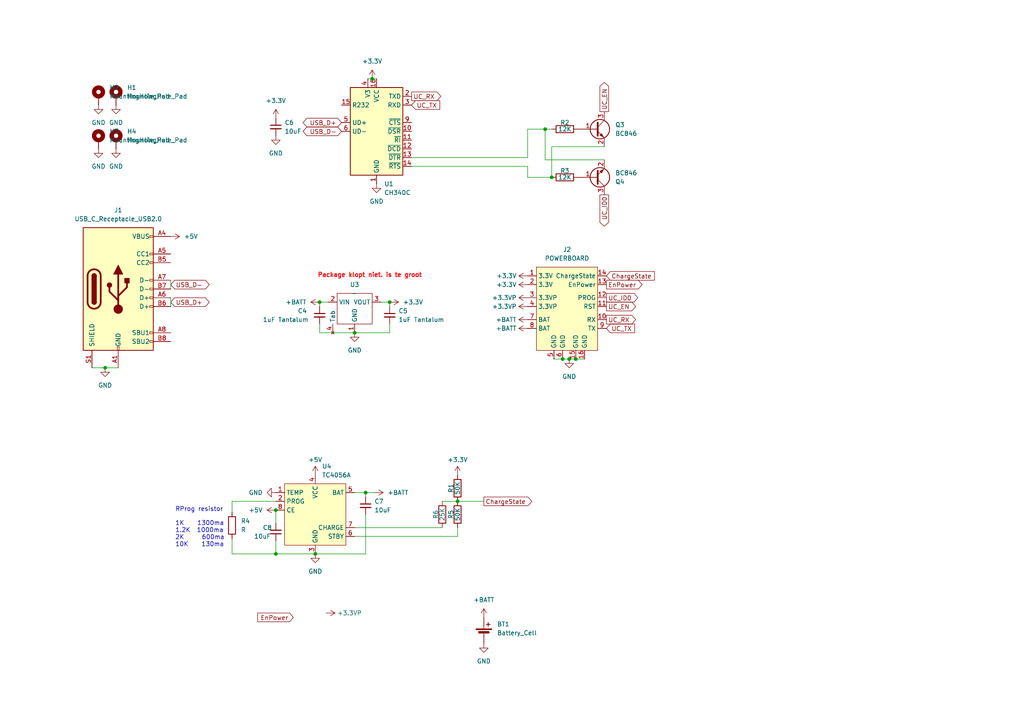
<source format=kicad_sch>
(kicad_sch (version 20230121) (generator eeschema)
  (paper "A4")
  (lib_symbols
    (symbol "Connector:USB_C_Receptacle_USB2.0" (pin_names (offset 1.016))
      (property "Reference" "J" (at -10.16 19.05 0))
      (property "Value" "USB_C_Receptacle_USB2.0" (at 19.05 19.05 0))
      (symbol "USB_C_Receptacle_USB2.0_0_0"
        (rectangle (start -0.254 -17.78) (end 0.254 -16.764))
        (rectangle (start 10.16 -14.986) (end 9.144 -15.494))
        (rectangle (start 10.16 -12.446) (end 9.144 -12.954))
        (rectangle (start 10.16 -4.826) (end 9.144 -5.334))
        (rectangle (start 10.16 -2.286) (end 9.144 -2.794))
        (rectangle (start 10.16 0.254) (end 9.144 -0.254))
        (rectangle (start 10.16 2.794) (end 9.144 2.286))
        (rectangle (start 10.16 7.874) (end 9.144 7.366))
        (rectangle (start 10.16 10.414) (end 9.144 9.906))
        (rectangle (start 10.16 15.494) (end 9.144 14.986))
      )
      (symbol "USB_C_Receptacle_USB2.0_0_1"
        (rectangle (start -10.16 17.78) (end 10.16 -17.78) (stroke (width 0.254)) (fill (type background)))
        (arc (start -8.89 -3.81) (mid -6.985 -5.7067) (end -5.08 -3.81) (stroke (width 0.508)))
        (arc (start -7.62 -3.81) (mid -6.985 -4.4423) (end -6.35 -3.81) (stroke (width 0.254)))
        (arc (start -7.62 -3.81) (mid -6.985 -4.4423) (end -6.35 -3.81) (stroke (width 0.254)) (fill (type outline)))
        (rectangle (start -7.62 -3.81) (end -6.35 3.81) (stroke (width 0.254)) (fill (type outline)))
        (arc (start -6.35 3.81) (mid -6.985 4.4423) (end -7.62 3.81) (stroke (width 0.254)))
        (arc (start -6.35 3.81) (mid -6.985 4.4423) (end -7.62 3.81) (stroke (width 0.254)) (fill (type outline)))
        (arc (start -5.08 3.81) (mid -6.985 5.7067) (end -8.89 3.81) (stroke (width 0.508)))
        (circle (center -2.54 1.143) (radius 0.635) (stroke (width 0.254)) (fill (type outline)))
        (circle (center 0 -5.842) (radius 1.27) (fill (type outline)))
        (polyline (pts (xy -8.89 -3.81) (xy -8.89 3.81)) (stroke (width 0.508)))
        (polyline (pts (xy -5.08 3.81) (xy -5.08 -3.81)) (stroke (width 0.508)))
        (polyline (pts (xy 0 -5.842) (xy 0 4.318)) (stroke (width 0.508)))
        (polyline (pts (xy 0 -3.302) (xy -2.54 -0.762) (xy -2.54 0.508)) (stroke (width 0.508)))
        (polyline (pts (xy 0 -2.032) (xy 2.54 0.508) (xy 2.54 1.778)) (stroke (width 0.508)))
        (polyline (pts (xy -1.27 4.318) (xy 0 6.858) (xy 1.27 4.318) (xy -1.27 4.318)) (stroke (width 0.254)) (fill (type outline)))
        (rectangle (start 1.905 1.778) (end 3.175 3.048) (stroke (width 0.254)) (fill (type outline)))
      )
      (symbol "USB_C_Receptacle_USB2.0_1_1"
        (pin passive line (at 0 -22.86 90) (length 5.08) (name "GND") (number "A1"))
        (pin passive line (at 0 -22.86 90) (length 5.08) hide (name "GND") (number "A12"))
        (pin passive line (at 15.24 15.24 180) (length 5.08) (name "VBUS") (number "A4"))
        (pin bidirectional line (at 15.24 10.16 180) (length 5.08) (name "CC1") (number "A5"))
        (pin bidirectional line (at 15.24 -2.54 180) (length 5.08) (name "D+") (number "A6"))
        (pin bidirectional line (at 15.24 2.54 180) (length 5.08) (name "D-") (number "A7"))
        (pin bidirectional line (at 15.24 -12.7 180) (length 5.08) (name "SBU1") (number "A8"))
        (pin passive line (at 15.24 15.24 180) (length 5.08) hide (name "VBUS") (number "A9"))
        (pin passive line (at 0 -22.86 90) (length 5.08) hide (name "GND") (number "B1"))
        (pin passive line (at 0 -22.86 90) (length 5.08) hide (name "GND") (number "B12"))
        (pin passive line (at 15.24 15.24 180) (length 5.08) hide (name "VBUS") (number "B4"))
        (pin bidirectional line (at 15.24 7.62 180) (length 5.08) (name "CC2") (number "B5"))
        (pin bidirectional line (at 15.24 -5.08 180) (length 5.08) (name "D+") (number "B6"))
        (pin bidirectional line (at 15.24 0 180) (length 5.08) (name "D-") (number "B7"))
        (pin bidirectional line (at 15.24 -15.24 180) (length 5.08) (name "SBU2") (number "B8"))
        (pin passive line (at 15.24 15.24 180) (length 5.08) hide (name "VBUS") (number "B9"))
        (pin passive line (at -7.62 -22.86 90) (length 5.08) (name "SHIELD") (number "S1"))
      )
    )
    (symbol "Connectors:PowerBoard"
      (property "Reference" "J" (at 0 17.78 0))
      (property "Value" "POWERBOARD" (at 0 3.81 90))
      (symbol "PowerBoard_1_1"
        (rectangle (start -8.89 16.51) (end 8.89 -7.62) (fill (type background)))
        (pin power_out line (at -11.43 13.97 0) (length 2.54) (name "3.3V") (number "1"))
        (pin input line (at 11.43 1.27 180) (length 2.54) (name "RX") (number "10"))
        (pin output line (at 11.43 5.08 180) (length 2.54) (name "RST") (number "11"))
        (pin output line (at 11.43 7.62 180) (length 2.54) (name "PROG") (number "12"))
        (pin input line (at 11.43 11.43 180) (length 2.54) (name "EnPower") (number "13"))
        (pin output line (at 11.43 13.97 180) (length 2.54) (name "ChargeState") (number "14"))
        (pin power_out line (at 2.54 -10.16 90) (length 2.54) (name "GND") (number "15"))
        (pin power_out line (at 5.08 -10.16 90) (length 2.54) (name "GND") (number "16"))
        (pin power_out line (at -11.43 11.43 0) (length 2.54) (name "3.3V") (number "2"))
        (pin power_out line (at -11.43 7.62 0) (length 2.54) (name "3.3VP") (number "3"))
        (pin power_out line (at -11.43 5.08 0) (length 2.54) (name "3.3VP") (number "4"))
        (pin power_out line (at -3.81 -10.16 90) (length 2.54) (name "GND") (number "5"))
        (pin power_out line (at -1.27 -10.16 90) (length 2.54) (name "GND") (number "6"))
        (pin power_out line (at -11.43 1.27 0) (length 2.54) (name "BAT") (number "7"))
        (pin power_out line (at -11.43 -1.27 0) (length 2.54) (name "BAT") (number "8"))
        (pin output line (at 11.43 -1.27 180) (length 2.54) (name "TX") (number "9"))
      )
    )
    (symbol "Device:Battery_Cell" (pin_numbers hide) (pin_names (offset 0) hide)
      (property "Reference" "BT" (at 2.54 2.54 0))
      (property "Value" "Battery_Cell" (at 2.54 0 0))
      (symbol "Battery_Cell_0_1"
        (rectangle (start -2.286 1.778) (end 2.286 1.524) (fill (type outline)))
        (rectangle (start -1.524 1.016) (end 1.524 0.508) (fill (type outline)))
        (polyline (pts (xy 0 0.762) (xy 0 0)))
        (polyline (pts (xy 0 1.778) (xy 0 2.54)))
        (polyline (pts (xy 0.762 3.048) (xy 1.778 3.048)) (stroke (width 0.254)))
        (polyline (pts (xy 1.27 3.556) (xy 1.27 2.54)) (stroke (width 0.254)))
      )
      (symbol "Battery_Cell_1_1"
        (pin passive line (at 0 5.08 270) (length 2.54) (name "+") (number "1"))
        (pin passive line (at 0 -2.54 90) (length 2.54) (name "-") (number "2"))
      )
    )
    (symbol "Device:C_Small" (pin_numbers hide) (pin_names (offset 0.254) hide)
      (property "Reference" "C" (at 0.254 1.778 0))
      (property "Value" "C_Small" (at 0.254 -2.032 0))
      (symbol "C_Small_0_1"
        (polyline (pts (xy -1.524 -0.508) (xy 1.524 -0.508)) (stroke (width 0.3302)))
        (polyline (pts (xy -1.524 0.508) (xy 1.524 0.508)) (stroke (width 0.3048)))
      )
      (symbol "C_Small_1_1"
        (pin passive line (at 0 2.54 270) (length 2.032) (name "~") (number "1"))
        (pin passive line (at 0 -2.54 90) (length 2.032) (name "~") (number "2"))
      )
    )
    (symbol "Device:R" (pin_numbers hide) (pin_names (offset 0))
      (property "Reference" "R" (at 2.032 0 90))
      (property "Value" "R" (at 0 0 90))
      (symbol "R_0_1"
        (rectangle (start -1.016 -2.54) (end 1.016 2.54) (stroke (width 0.254)))
      )
      (symbol "R_1_1"
        (pin passive line (at 0 3.81 270) (length 1.27) (name "~") (number "1"))
        (pin passive line (at 0 -3.81 90) (length 1.27) (name "~") (number "2"))
      )
    )
    (symbol "ICs:TC4056A"
      (property "Reference" "U" (at 7.62 1.27 0))
      (property "Value" "TC4056A" (at 0 -8.89 0))
      (symbol "TC4056A_1_1"
        (rectangle (start -8.89 0) (end 8.89 -17.78) (fill (type background)))
        (pin input line (at -11.43 -2.54 0) (length 2.54) (name "TEMP") (number "1"))
        (pin input line (at -11.43 -5.08 0) (length 2.54) (name "PROG") (number "2"))
        (pin power_in line (at 0 -20.32 90) (length 2.54) (name "GND") (number "3"))
        (pin power_in line (at 0 2.54 270) (length 2.54) (name "VCC") (number "4"))
        (pin power_out line (at 11.43 -2.54 180) (length 2.54) (name "BAT") (number "5"))
        (pin output line (at 11.43 -15.24 180) (length 2.54) (name "STBY") (number "6"))
        (pin output line (at 11.43 -12.7 180) (length 2.54) (name "CHARGE") (number "7"))
        (pin input line (at -11.43 -7.62 0) (length 2.54) (name "CE") (number "8"))
      )
    )
    (symbol "Interface_USB:CH340C"
      (property "Reference" "U" (at -5.08 13.97 0))
      (property "Value" "CH340C" (at 1.27 13.97 0))
      (symbol "CH340C_0_1"
        (rectangle (start -7.62 12.7) (end 7.62 -12.7) (stroke (width 0.254)) (fill (type background)))
      )
      (symbol "CH340C_1_1"
        (pin power_in line (at 0 -15.24 90) (length 2.54) (name "GND") (number "1"))
        (pin input line (at 10.16 0 180) (length 2.54) (name "~{DSR}") (number "10"))
        (pin input line (at 10.16 -2.54 180) (length 2.54) (name "~{RI}") (number "11"))
        (pin input line (at 10.16 -5.08 180) (length 2.54) (name "~{DCD}") (number "12"))
        (pin output line (at 10.16 -7.62 180) (length 2.54) (name "~{DTR}") (number "13"))
        (pin output line (at 10.16 -10.16 180) (length 2.54) (name "~{RTS}") (number "14"))
        (pin input line (at -10.16 7.62 0) (length 2.54) (name "R232") (number "15"))
        (pin power_in line (at 0 15.24 270) (length 2.54) (name "VCC") (number "16"))
        (pin output line (at 10.16 10.16 180) (length 2.54) (name "TXD") (number "2"))
        (pin input line (at 10.16 7.62 180) (length 2.54) (name "RXD") (number "3"))
        (pin passive line (at -2.54 15.24 270) (length 2.54) (name "V3") (number "4"))
        (pin bidirectional line (at -10.16 2.54 0) (length 2.54) (name "UD+") (number "5"))
        (pin bidirectional line (at -10.16 0 0) (length 2.54) (name "UD-") (number "6"))
        (pin no_connect line (at -7.62 -7.62 0) (length 2.54) hide (name "NC") (number "7"))
        (pin no_connect line (at -7.62 -10.16 0) (length 2.54) hide (name "NC") (number "8"))
        (pin input line (at 10.16 2.54 180) (length 2.54) (name "~{CTS}") (number "9"))
      )
    )
    (symbol "Mechanical:MountingHole_Pad" (pin_numbers hide) (pin_names (offset 1.016) hide)
      (property "Reference" "H" (at 0 6.35 0))
      (property "Value" "MountingHole_Pad" (at 0 4.445 0))
      (symbol "MountingHole_Pad_0_1"
        (circle (center 0 1.27) (radius 1.27) (stroke (width 1.27)))
      )
      (symbol "MountingHole_Pad_1_1"
        (pin input line (at 0 -2.54 90) (length 2.54) (name "1") (number "1"))
      )
    )
    (symbol "RemotePartsLib:XC6203"
      (property "Reference" "U" (at 0 1.27 0))
      (property "Value" "XC6203" (at 0 0 0))
      (symbol "XC6203_0_1"
        (rectangle (start -5.08 0) (end 5.08 -8.89))
      )
      (symbol "XC6203_1_1"
        (pin power_in line (at 0 -11.43 90) (length 2.54) (name "GND") (number "1"))
        (pin power_in line (at -7.62 -2.54 0) (length 2.54) (name "VIN") (number "2"))
        (pin power_out line (at 7.62 -2.54 180) (length 2.54) (name "VOUT") (number "3"))
        (pin no_connect line (at -6.35 -11.43 90) (length 2.54) (name "Tab") (number "4"))
      )
    )
    (symbol "Transistor_BJT:BC846" (pin_names (offset 0) hide)
      (property "Reference" "Q" (at 5.08 1.905 0))
      (property "Value" "BC846" (at 5.08 0 0))
      (symbol "BC846_0_1"
        (polyline (pts (xy 0.635 0.635) (xy 2.54 2.54)))
        (polyline (pts (xy 0.635 -0.635) (xy 2.54 -2.54) (xy 2.54 -2.54)))
        (polyline (pts (xy 0.635 1.905) (xy 0.635 -1.905) (xy 0.635 -1.905)) (stroke (width 0.508)))
        (polyline (pts (xy 1.27 -1.778) (xy 1.778 -1.27) (xy 2.286 -2.286) (xy 1.27 -1.778) (xy 1.27 -1.778)) (fill (type outline)))
        (circle (center 1.27 0) (radius 2.8194) (stroke (width 0.254)))
      )
      (symbol "BC846_1_1"
        (pin input line (at -5.08 0 0) (length 5.715) (name "B") (number "1"))
        (pin passive line (at 2.54 -5.08 90) (length 2.54) (name "E") (number "2"))
        (pin passive line (at 2.54 5.08 270) (length 2.54) (name "C") (number "3"))
      )
    )
    (symbol "power:+3.3V" (power) (pin_names (offset 0))
      (property "Value" "+3.3V" (at 0 3.556 0))
      (symbol "+3.3V_0_1"
        (polyline (pts (xy -0.762 1.27) (xy 0 2.54)))
        (polyline (pts (xy 0 0) (xy 0 2.54)))
        (polyline (pts (xy 0 2.54) (xy 0.762 1.27)))
      )
      (symbol "+3.3V_1_1"
        (pin power_in line (at 0 0 90) (length 0) hide (name "+3.3V") (number "1"))
      )
    )
    (symbol "power:+3.3VP" (power) (pin_names (offset 0))
      (property "Value" "+3.3VP" (at 0 2.54 0))
      (symbol "+3.3VP_0_0"
        (pin power_in line (at 0 0 90) (length 0) hide (name "+3.3VP") (number "1"))
      )
      (symbol "+3.3VP_0_1"
        (polyline (pts (xy -0.762 1.27) (xy 0 2.54)))
        (polyline (pts (xy 0 0) (xy 0 2.54)))
        (polyline (pts (xy 0 2.54) (xy 0.762 1.27)))
      )
    )
    (symbol "power:+5V" (power) (pin_names (offset 0))
      (property "Value" "+5V" (at 0 3.556 0))
      (symbol "+5V_0_1"
        (polyline (pts (xy -0.762 1.27) (xy 0 2.54)))
        (polyline (pts (xy 0 0) (xy 0 2.54)))
        (polyline (pts (xy 0 2.54) (xy 0.762 1.27)))
      )
      (symbol "+5V_1_1"
        (pin power_in line (at 0 0 90) (length 0) hide (name "+5V") (number "1"))
      )
    )
    (symbol "power:+BATT" (power) (pin_names (offset 0))
      (property "Value" "+BATT" (at 0 3.556 0))
      (symbol "+BATT_0_1"
        (polyline (pts (xy -0.762 1.27) (xy 0 2.54)))
        (polyline (pts (xy 0 0) (xy 0 2.54)))
        (polyline (pts (xy 0 2.54) (xy 0.762 1.27)))
      )
      (symbol "+BATT_1_1"
        (pin power_in line (at 0 0 90) (length 0) hide (name "+BATT") (number "1"))
      )
    )
    (symbol "power:GND" (power) (pin_names (offset 0))
      (property "Value" "GND" (at 0 -3.81 0))
      (symbol "GND_0_1"
        (polyline (pts (xy 0 0) (xy 0 -1.27) (xy 1.27 -1.27) (xy 0 -2.54) (xy -1.27 -1.27) (xy 0 -1.27)))
      )
      (symbol "GND_1_1"
        (pin power_in line (at 0 0 270) (length 0) hide (name "GND") (number "1"))
      )
    )
  )
  (junction (at 92.71 87.63))
  (junction (at 163.195 104.14))
  (junction (at 107.95 22.86))
  (junction (at 132.715 145.415))
  (junction (at 165.1 104.14))
  (junction (at 80.01 160.655))
  (junction (at 167.005 104.14))
  (junction (at 113.03 87.63))
  (junction (at 106.045 142.875))
  (junction (at 102.87 96.52))
  (junction (at 80.01 147.955))
  (junction (at 30.48 106.68))
  (junction (at 160.02 51.435))
  (junction (at 158.115 37.465))
  (junction (at 91.44 160.655))
  (wire (pts (xy 49.53 81.28) (xy 49.53 83.82)))
  (wire (pts (xy 153.035 48.26) (xy 153.035 51.435)))
  (wire (pts (xy 153.035 37.465) (xy 158.115 37.465)))
  (wire (pts (xy 102.87 96.52) (xy 113.03 96.52)))
  (wire (pts (xy 49.53 86.36) (xy 49.53 88.9)))
  (wire (pts (xy 106.045 142.875) (xy 108.585 142.875)))
  (wire (pts (xy 91.44 160.655) (xy 106.045 160.655)))
  (wire (pts (xy 67.31 156.21) (xy 67.31 160.655)))
  (wire (pts (xy 163.195 104.14) (xy 165.1 104.14)))
  (wire (pts (xy 110.49 87.63) (xy 113.03 87.63)))
  (wire (pts (xy 165.1 104.14) (xy 167.005 104.14)))
  (wire (pts (xy 95.25 87.63) (xy 92.71 87.63)))
  (wire (pts (xy 67.31 148.59) (xy 67.31 145.415)))
  (wire (pts (xy 153.035 45.72) (xy 119.38 45.72)))
  (wire (pts (xy 113.03 87.63) (xy 113.03 88.9)))
  (wire (pts (xy 92.71 96.52) (xy 102.87 96.52)))
  (wire (pts (xy 92.71 93.98) (xy 92.71 96.52)))
  (wire (pts (xy 30.48 106.68) (xy 34.29 106.68)))
  (wire (pts (xy 80.01 160.655) (xy 67.31 160.655)))
  (wire (pts (xy 160.655 104.14) (xy 163.195 104.14)))
  (wire (pts (xy 102.87 142.875) (xy 106.045 142.875)))
  (wire (pts (xy 119.38 48.26) (xy 153.035 48.26)))
  (wire (pts (xy 91.44 160.655) (xy 80.01 160.655)))
  (wire (pts (xy 92.71 87.63) (xy 92.71 88.9)))
  (wire (pts (xy 113.03 93.98) (xy 113.03 96.52)))
  (wire (pts (xy 158.115 46.355) (xy 158.115 37.465)))
  (wire (pts (xy 107.95 22.86) (xy 109.22 22.86)))
  (wire (pts (xy 128.27 145.415) (xy 132.715 145.415)))
  (wire (pts (xy 67.31 145.415) (xy 80.01 145.415)))
  (wire (pts (xy 175.26 42.545) (xy 160.02 42.545)))
  (wire (pts (xy 153.035 51.435) (xy 160.02 51.435)))
  (wire (pts (xy 132.715 155.575) (xy 132.715 153.035)))
  (wire (pts (xy 102.87 153.035) (xy 128.27 153.035)))
  (wire (pts (xy 106.045 149.225) (xy 106.045 160.655)))
  (wire (pts (xy 106.68 22.86) (xy 107.95 22.86)))
  (wire (pts (xy 175.26 46.355) (xy 158.115 46.355)))
  (wire (pts (xy 158.115 37.465) (xy 160.02 37.465)))
  (wire (pts (xy 167.005 104.14) (xy 169.545 104.14)))
  (wire (pts (xy 26.67 106.68) (xy 30.48 106.68)))
  (wire (pts (xy 102.87 155.575) (xy 132.715 155.575)))
  (wire (pts (xy 160.02 42.545) (xy 160.02 51.435)))
  (wire (pts (xy 132.715 145.415) (xy 140.335 145.415)))
  (wire (pts (xy 80.01 147.955) (xy 80.01 151.765)))
  (wire (pts (xy 80.01 156.845) (xy 80.01 160.655)))
  (wire (pts (xy 106.045 142.875) (xy 106.045 144.145)))
  (wire (pts (xy 153.035 37.465) (xy 153.035 45.72)))
  (text "RProg resistor\n\n1K    1300ma\n1.2K  1000ma\n2K	   600ma\n10K    130ma" (at 50.8 158.75 0) (effects (font (size 1.27 1.27)) (justify left bottom)))
  (text "Package klopt niet. is te groot" (at 92.075 80.645 0) (effects (font (size 1.27 1.27) (thickness 0.254) bold) (justify left bottom)))
  (global_label "UC_EN" (shape output) (at 175.895 88.9 0) (property "Intersheetrefs" "${INTERSHEET_REFS}" (effects hide)))
  (global_label "ChargeState" (shape output) (at 140.335 145.415 0) (property "Intersheetrefs" "${INTERSHEET_REFS}" (effects hide)))
  (global_label "ChargeState" (shape input) (at 175.895 80.01 0) (property "Intersheetrefs" "${INTERSHEET_REFS}" (effects hide)))
  (global_label "UC_ID0" (shape output) (at 175.26 56.515 270) (property "Intersheetrefs" "${INTERSHEET_REFS}" (effects hide)))
  (global_label "USB_D+" (shape bidirectional) (at 49.53 87.63 0) (property "Intersheetrefs" "${INTERSHEET_REFS}" (effects hide)))
  (global_label "UC_RX" (shape output) (at 119.38 27.94 0) (property "Intersheetrefs" "${INTERSHEET_REFS}" (effects hide)))
  (global_label "EnPower" (shape input) (at 85.09 179.07 180) (property "Intersheetrefs" "${INTERSHEET_REFS}" (effects hide)))
  (global_label "USB_D-" (shape bidirectional) (at 49.53 82.55 0) (property "Intersheetrefs" "${INTERSHEET_REFS}" (effects hide)))
  (global_label "UC_RX" (shape output) (at 175.895 92.71 0) (property "Intersheetrefs" "${INTERSHEET_REFS}" (effects hide)))
  (global_label "EnPower" (shape output) (at 175.895 82.55 0) (property "Intersheetrefs" "${INTERSHEET_REFS}" (effects hide)))
  (global_label "UC_ID0" (shape output) (at 175.895 86.36 0) (property "Intersheetrefs" "${INTERSHEET_REFS}" (effects hide)))
  (global_label "UC_EN" (shape output) (at 175.26 32.385 90) (property "Intersheetrefs" "${INTERSHEET_REFS}" (effects hide)))
  (global_label "USB_D-" (shape bidirectional) (at 99.06 38.1 180) (property "Intersheetrefs" "${INTERSHEET_REFS}" (effects hide)))
  (global_label "UC_TX" (shape input) (at 175.895 95.25 0) (property "Intersheetrefs" "${INTERSHEET_REFS}" (effects hide)))
  (global_label "UC_TX" (shape input) (at 119.38 30.48 0) (property "Intersheetrefs" "${INTERSHEET_REFS}" (effects hide)))
  (global_label "USB_D+" (shape bidirectional) (at 99.06 35.56 180) (property "Intersheetrefs" "${INTERSHEET_REFS}" (effects hide)))
  (symbol (lib_id "Device:R") (at 128.27 149.225 180) (unit 1)
    (property "Reference" "R6" (at 126.365 149.225 90))
    (property "Value" "25K" (at 128.27 149.225 90))
    (property "Footprint" "Resistor_SMD:R_0805_2012Metric_Pad1.20x1.40mm_HandSolder" (effects hide))
  )
  (symbol (lib_id "Interface_USB:CH340C") (at 109.22 38.1 0) (unit 1)
    (property "Reference" "U1" (at 111.4141 53.34 0) (effects (justify left)))
    (property "Value" "CH340C" (at 111.4141 55.88 0) (effects (justify left)))
    (property "Footprint" "Package_SO:SOIC-16_3.9x9.9mm_P1.27mm" (effects hide))
    (property "Datasheet" "https://datasheet.lcsc.com/szlcsc/Jiangsu-Qin-Heng-CH340C_C84681.pdf" (effects hide))
  )
  (symbol (lib_id "Device:R") (at 163.83 37.465 90) (unit 1)
    (property "Reference" "R2" (at 163.83 35.56 90))
    (property "Value" "12K" (at 163.83 37.465 90))
    (property "Footprint" "Resistor_SMD:R_0805_2012Metric_Pad1.20x1.40mm_HandSolder" (effects hide))
  )
  (symbol (lib_id "power:+3.3VP") (at 153.035 86.36 90) (unit 1)
    (property "Reference" "#PWR021" (effects hide))
    (property "Value" "+3.3VP" (at 149.86 86.36 90) (effects (justify left)))
  )
  (symbol (lib_id "Device:C_Small") (at 113.03 91.44 0) (unit 1)
    (property "Reference" "C5" (at 115.57 90.1763 0) (effects (justify left)))
    (property "Value" "1uF Tantalum" (at 115.57 92.7163 0) (effects (justify left)))
    (property "Footprint" "Capacitor_Tantalum_SMD:CP_EIA-3216-18_Kemet-A_Pad1.58x1.35mm_HandSolder" (effects hide))
  )
  (symbol (lib_id "power:GND") (at 28.575 30.48 0) (unit 1)
    (property "Reference" "#PWR05" (effects hide))
    (property "Value" "GND" (at 28.575 35.56 0))
  )
  (symbol (lib_id "power:GND") (at 165.1 104.14 0) (unit 1)
    (property "Reference" "#PWR018" (effects hide))
    (property "Value" "GND" (at 165.1 109.22 0))
  )
  (symbol (lib_id "power:GND") (at 80.01 142.875 270) (unit 1)
    (property "Reference" "#PWR026" (effects hide))
    (property "Value" "GND" (at 76.2 142.875 90) (effects (justify right)))
  )
  (symbol (lib_id "power:+3.3V") (at 113.03 87.63 270) (unit 1)
    (property "Reference" "#PWR011" (effects hide))
    (property "Value" "+3.3V" (at 116.84 87.63 90) (effects (justify left)))
  )
  (symbol (lib_id "power:GND") (at 140.335 186.69 0) (unit 1)
    (property "Reference" "#PWR03" (effects hide))
    (property "Value" "GND" (at 140.335 191.77 0))
  )
  (symbol (lib_id "Device:C_Small") (at 80.01 36.83 0) (unit 1)
    (property "Reference" "C6" (at 82.55 35.5663 0) (effects (justify left)))
    (property "Value" "10uF" (at 82.55 38.1063 0) (effects (justify left)))
    (property "Footprint" "Capacitor_SMD:C_0805_2012Metric_Pad1.18x1.45mm_HandSolder" (effects hide))
  )
  (symbol (lib_id "power:GND") (at 102.87 96.52 0) (unit 1)
    (property "Reference" "#PWR010" (effects hide))
    (property "Value" "GND" (at 102.87 101.6 0))
  )
  (symbol (lib_id "power:+3.3V") (at 153.035 82.55 90) (unit 1)
    (property "Reference" "#PWR08" (effects hide))
    (property "Value" "+3.3V" (at 149.86 82.55 90) (effects (justify left)))
  )
  (symbol (lib_id "Device:C_Small") (at 80.01 154.305 180) (unit 1)
    (property "Reference" "C8" (at 76.2 153.035 0) (effects (justify right)))
    (property "Value" "10uF" (at 73.66 155.575 0) (effects (justify right)))
    (property "Footprint" "Capacitor_SMD:C_0805_2012Metric_Pad1.18x1.45mm_HandSolder" (effects hide))
  )
  (symbol (lib_id "power:+5V") (at 49.53 68.58 270) (unit 1)
    (property "Reference" "#PWR017" (effects hide))
    (property "Value" "+5V" (at 53.34 68.58 90) (effects (justify left)))
  )
  (symbol (lib_id "power:+3.3V") (at 80.01 34.29 0) (unit 1)
    (property "Reference" "#PWR012" (effects hide))
    (property "Value" "+3.3V" (at 80.01 29.21 0))
  )
  (symbol (lib_id "power:+5V") (at 80.01 147.955 90) (unit 1)
    (property "Reference" "#PWR028" (effects hide))
    (property "Value" "+5V" (at 76.2 147.955 90) (effects (justify left)))
  )
  (symbol (lib_id "power:GND") (at 109.22 53.34 0) (unit 1)
    (property "Reference" "#PWR015" (effects hide))
    (property "Value" "GND" (at 109.22 58.42 0))
  )
  (symbol (lib_id "power:GND") (at 33.655 43.18 0) (unit 1)
    (property "Reference" "#PWR029" (effects hide))
    (property "Value" "GND" (at 33.655 48.26 0))
  )
  (symbol (lib_id "power:+BATT") (at 92.71 87.63 90) (unit 1)
    (property "Reference" "#PWR09" (effects hide))
    (property "Value" "+BATT" (at 88.9 87.63 90) (effects (justify left)))
  )
  (symbol (lib_id "Mechanical:MountingHole_Pad") (at 28.575 40.64 0) (unit 1)
    (property "Reference" "H3" (at 31.75 38.1 0) (effects (justify left)))
    (property "Value" "MountingHole_Pad" (at 31.75 40.64 0) (effects (justify left)))
    (property "Footprint" "MountingHole:MountingHole_2.2mm_M2_DIN965_Pad" (effects hide))
  )
  (symbol (lib_id "power:+BATT") (at 108.585 142.875 270) (unit 1)
    (property "Reference" "#PWR027" (effects hide))
    (property "Value" "+BATT" (at 112.395 142.875 90) (effects (justify left)))
  )
  (symbol (lib_id "Device:R") (at 67.31 152.4 0) (unit 1)
    (property "Reference" "R4" (at 69.85 151.13 0) (effects (justify left)))
    (property "Value" "R" (at 69.85 153.67 0) (effects (justify left)))
    (property "Footprint" "Resistor_SMD:R_0805_2012Metric_Pad1.20x1.40mm_HandSolder" (effects hide))
  )
  (symbol (lib_id "Device:C_Small") (at 106.045 146.685 0) (unit 1)
    (property "Reference" "C7" (at 108.585 145.4213 0) (effects (justify left)))
    (property "Value" "10uF" (at 108.585 147.9613 0) (effects (justify left)))
    (property "Footprint" "Capacitor_SMD:C_0805_2012Metric_Pad1.18x1.45mm_HandSolder" (effects hide))
  )
  (symbol (lib_id "power:+3.3VP") (at 94.615 177.8 270) (unit 1)
    (property "Reference" "#PWR023" (effects hide))
    (property "Value" "+3.3VP" (at 97.79 177.8 90) (effects (justify left)))
  )
  (symbol (lib_id "Mechanical:MountingHole_Pad") (at 33.655 27.94 0) (unit 1)
    (property "Reference" "H1" (at 36.83 25.4 0) (effects (justify left)))
    (property "Value" "MountingHole_Pad" (at 36.83 27.94 0) (effects (justify left)))
    (property "Footprint" "MountingHole:MountingHole_2.2mm_M2_DIN965_Pad" (effects hide))
  )
  (symbol (lib_id "Device:R") (at 163.83 51.435 90) (unit 1)
    (property "Reference" "R3" (at 163.83 49.53 90))
    (property "Value" "12K" (at 163.83 51.435 90))
    (property "Footprint" "Resistor_SMD:R_0805_2012Metric_Pad1.20x1.40mm_HandSolder" (effects hide))
  )
  (symbol (lib_id "Mechanical:MountingHole_Pad") (at 33.655 40.64 0) (unit 1)
    (property "Reference" "H4" (at 36.83 38.1 0) (effects (justify left)))
    (property "Value" "MountingHole_Pad" (at 36.83 40.64 0) (effects (justify left)))
    (property "Footprint" "MountingHole:MountingHole_2.2mm_M2_DIN965_Pad" (effects hide))
  )
  (symbol (lib_id "power:+BATT") (at 153.035 95.25 90) (unit 1)
    (property "Reference" "#PWR020" (effects hide))
    (property "Value" "+BATT" (at 149.86 95.25 90) (effects (justify left)))
  )
  (symbol (lib_id "Connector:USB_C_Receptacle_USB2.0") (at 34.29 83.82 0) (unit 1)
    (property "Reference" "J1" (at 34.29 60.96 0))
    (property "Value" "USB_C_Receptacle_USB2.0" (at 34.29 63.5 0))
    (property "Footprint" "Connector_USB:USB_C_Receptacle_HRO_TYPE-C-31-M-12" (effects hide))
    (property "Datasheet" "https://www.usb.org/sites/default/files/documents/usb_type-c.zip" (effects hide))
  )
  (symbol (lib_id "Transistor_BJT:BC846") (at 172.72 51.435 0) (mirror x) (unit 1)
    (property "Reference" "Q4" (at 178.435 52.705 0) (effects (justify left)))
    (property "Value" "BC846" (at 178.435 50.165 0) (effects (justify left)))
    (property "Footprint" "Package_TO_SOT_SMD:SOT-23" (effects hide))
    (property "Datasheet" "https://assets.nexperia.com/documents/data-sheet/BC846_SER.pdf" (effects hide))
  )
  (symbol (lib_id "Device:C_Small") (at 92.71 91.44 0) (unit 1)
    (property "Reference" "C4" (at 86.36 90.17 0) (effects (justify left)))
    (property "Value" "1uF Tantalum" (at 76.2 92.71 0) (effects (justify left)))
    (property "Footprint" "Capacitor_Tantalum_SMD:CP_EIA-3216-18_Kemet-A_Pad1.58x1.35mm_HandSolder" (effects hide))
  )
  (symbol (lib_id "power:GND") (at 80.01 39.37 0) (unit 1)
    (property "Reference" "#PWR013" (effects hide))
    (property "Value" "GND" (at 80.01 44.45 0))
  )
  (symbol (lib_id "power:+3.3V") (at 132.715 137.795 0) (unit 1)
    (property "Reference" "#PWR01" (effects hide))
    (property "Value" "+3.3V" (at 132.715 133.35 0))
  )
  (symbol (lib_id "power:GND") (at 28.575 43.18 0) (unit 1)
    (property "Reference" "#PWR06" (effects hide))
    (property "Value" "GND" (at 28.575 48.26 0))
  )
  (symbol (lib_id "power:GND") (at 30.48 106.68 0) (unit 1)
    (property "Reference" "#PWR016" (effects hide))
    (property "Value" "GND" (at 30.48 111.76 0))
  )
  (symbol (lib_id "power:+3.3VP") (at 153.035 88.9 90) (unit 1)
    (property "Reference" "#PWR022" (effects hide))
    (property "Value" "+3.3VP" (at 149.86 88.9 90) (effects (justify left)))
  )
  (symbol (lib_id "Device:R") (at 132.715 141.605 180) (unit 1)
    (property "Reference" "R1" (at 130.81 141.605 90))
    (property "Value" "50K" (at 132.715 141.605 90))
    (property "Footprint" "Resistor_SMD:R_0805_2012Metric_Pad1.20x1.40mm_HandSolder" (effects hide))
  )
  (symbol (lib_id "power:+BATT") (at 153.035 92.71 90) (unit 1)
    (property "Reference" "#PWR019" (effects hide))
    (property "Value" "+BATT" (at 149.86 92.71 90) (effects (justify left)))
  )
  (symbol (lib_id "power:+5V") (at 91.44 137.795 0) (unit 1)
    (property "Reference" "#PWR024" (effects hide))
    (property "Value" "+5V" (at 91.44 133.35 0))
  )
  (symbol (lib_id "power:GND") (at 33.655 30.48 0) (unit 1)
    (property "Reference" "#PWR04" (effects hide))
    (property "Value" "GND" (at 33.655 35.56 0))
  )
  (symbol (lib_id "Device:Battery_Cell") (at 140.335 184.15 0) (unit 1)
    (property "Reference" "BT1" (at 144.145 181.0385 0) (effects (justify left)))
    (property "Value" "Battery_Cell" (at 144.145 183.5785 0) (effects (justify left)))
    (property "Footprint" "Connector_JST:JST_PH_B2B-PH-K_1x02_P2.00mm_Vertical" (effects hide))
  )
  (symbol (lib_id "Connectors:PowerBoard") (at 164.465 93.98 0) (unit 1)
    (property "Reference" "J2" (at 164.465 72.39 0))
    (property "Value" "POWERBOARD" (at 164.465 74.93 0))
    (property "Footprint" "Connectors:PowerBoard" (effects hide))
  )
  (symbol (lib_id "ICs:TC4056A") (at 91.44 140.335 0) (unit 1)
    (property "Reference" "U4" (at 93.3959 135.255 0) (effects (justify left)))
    (property "Value" "TC4056A" (at 93.3959 137.795 0) (effects (justify left)))
  )
  (symbol (lib_id "RemotePartsLib:XC6203") (at 102.87 85.09 0) (unit 1)
    (property "Reference" "U3" (at 102.87 82.55 0))
    (property "Value" "~" (at 102.87 85.09 0))
    (property "Footprint" "Package_TO_SOT_SMD:SOT-223" (effects hide))
  )
  (symbol (lib_id "Transistor_BJT:BC846") (at 172.72 37.465 0) (unit 1)
    (property "Reference" "Q3" (at 178.435 36.195 0) (effects (justify left)))
    (property "Value" "BC846" (at 178.435 38.735 0) (effects (justify left)))
    (property "Footprint" "Package_TO_SOT_SMD:SOT-23" (effects hide))
    (property "Datasheet" "https://assets.nexperia.com/documents/data-sheet/BC846_SER.pdf" (effects hide))
  )
  (symbol (lib_id "power:+BATT") (at 140.335 179.07 0) (unit 1)
    (property "Reference" "#PWR02" (effects hide))
    (property "Value" "+BATT" (at 140.335 173.99 0))
  )
  (symbol (lib_id "Device:R") (at 132.715 149.225 180) (unit 1)
    (property "Reference" "R5" (at 130.81 149.225 90))
    (property "Value" "50K" (at 132.715 149.225 90))
    (property "Footprint" "Resistor_SMD:R_0805_2012Metric_Pad1.20x1.40mm_HandSolder" (effects hide))
  )
  (symbol (lib_id "Mechanical:MountingHole_Pad") (at 28.575 27.94 0) (unit 1)
    (property "Reference" "H2" (at 31.75 25.4 0) (effects (justify left)))
    (property "Value" "MountingHole_Pad" (at 31.75 27.94 0) (effects (justify left)))
    (property "Footprint" "MountingHole:MountingHole_2.2mm_M2_DIN965_Pad" (effects hide))
  )
  (symbol (lib_id "power:+3.3V") (at 153.035 80.01 90) (unit 1)
    (property "Reference" "#PWR07" (effects hide))
    (property "Value" "+3.3V" (at 149.86 80.01 90) (effects (justify left)))
  )
  (symbol (lib_id "power:+3.3V") (at 107.95 22.86 0) (unit 1)
    (property "Reference" "#PWR014" (effects hide))
    (property "Value" "+3.3V" (at 107.95 17.78 0))
  )
  (symbol (lib_id "power:GND") (at 91.44 160.655 0) (unit 1)
    (property "Reference" "#PWR025" (effects hide))
    (property "Value" "GND" (at 91.44 165.735 0))
  )
)
</source>
